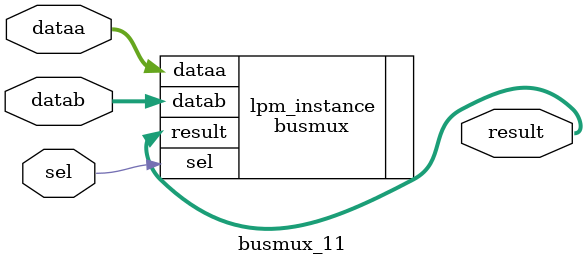
<source format=v>



module busmux_11(sel,dataa,datab,result);
input sel;
input [6:0] dataa;
input [6:0] datab;
output [6:0] result;

busmux	lpm_instance(.sel(sel),.dataa(dataa),.datab(datab),.result(result));
	defparam	lpm_instance.width = 7;

endmodule

</source>
